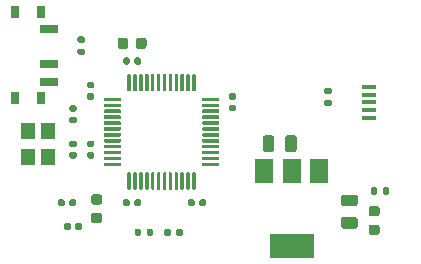
<source format=gbr>
%TF.GenerationSoftware,KiCad,Pcbnew,(5.1.10)-1*%
%TF.CreationDate,2025-06-17T20:32:58+05:30*%
%TF.ProjectId,STM32_Clone,53544d33-325f-4436-9c6f-6e652e6b6963,rev?*%
%TF.SameCoordinates,Original*%
%TF.FileFunction,Paste,Top*%
%TF.FilePolarity,Positive*%
%FSLAX46Y46*%
G04 Gerber Fmt 4.6, Leading zero omitted, Abs format (unit mm)*
G04 Created by KiCad (PCBNEW (5.1.10)-1) date 2025-06-17 20:32:58*
%MOMM*%
%LPD*%
G01*
G04 APERTURE LIST*
%ADD10R,1.300000X0.450000*%
%ADD11R,0.800000X1.000000*%
%ADD12R,1.500000X0.700000*%
%ADD13R,1.200000X1.400000*%
%ADD14R,1.500000X2.000000*%
%ADD15R,3.800000X2.000000*%
G04 APERTURE END LIST*
D10*
%TO.C,J1*%
X113600000Y-88800000D03*
X113600000Y-88150000D03*
X113600000Y-87500000D03*
X113600000Y-86850000D03*
X113600000Y-86200000D03*
%TD*%
D11*
%TO.C,SW1*%
X85780000Y-79850000D03*
X85780000Y-87150000D03*
X83570000Y-87150000D03*
X83570000Y-79850000D03*
D12*
X86430000Y-85750000D03*
X86430000Y-84250000D03*
X86430000Y-81250000D03*
%TD*%
D13*
%TO.C,Y1*%
X86350000Y-89900000D03*
X86350000Y-92100000D03*
X84650000Y-92100000D03*
X84650000Y-89900000D03*
%TD*%
%TO.C,U2*%
G36*
G01*
X93100000Y-86500000D02*
X93100000Y-85175000D01*
G75*
G02*
X93175000Y-85100000I75000J0D01*
G01*
X93325000Y-85100000D01*
G75*
G02*
X93400000Y-85175000I0J-75000D01*
G01*
X93400000Y-86500000D01*
G75*
G02*
X93325000Y-86575000I-75000J0D01*
G01*
X93175000Y-86575000D01*
G75*
G02*
X93100000Y-86500000I0J75000D01*
G01*
G37*
G36*
G01*
X93600000Y-86500000D02*
X93600000Y-85175000D01*
G75*
G02*
X93675000Y-85100000I75000J0D01*
G01*
X93825000Y-85100000D01*
G75*
G02*
X93900000Y-85175000I0J-75000D01*
G01*
X93900000Y-86500000D01*
G75*
G02*
X93825000Y-86575000I-75000J0D01*
G01*
X93675000Y-86575000D01*
G75*
G02*
X93600000Y-86500000I0J75000D01*
G01*
G37*
G36*
G01*
X94100000Y-86500000D02*
X94100000Y-85175000D01*
G75*
G02*
X94175000Y-85100000I75000J0D01*
G01*
X94325000Y-85100000D01*
G75*
G02*
X94400000Y-85175000I0J-75000D01*
G01*
X94400000Y-86500000D01*
G75*
G02*
X94325000Y-86575000I-75000J0D01*
G01*
X94175000Y-86575000D01*
G75*
G02*
X94100000Y-86500000I0J75000D01*
G01*
G37*
G36*
G01*
X94600000Y-86500000D02*
X94600000Y-85175000D01*
G75*
G02*
X94675000Y-85100000I75000J0D01*
G01*
X94825000Y-85100000D01*
G75*
G02*
X94900000Y-85175000I0J-75000D01*
G01*
X94900000Y-86500000D01*
G75*
G02*
X94825000Y-86575000I-75000J0D01*
G01*
X94675000Y-86575000D01*
G75*
G02*
X94600000Y-86500000I0J75000D01*
G01*
G37*
G36*
G01*
X95100000Y-86500000D02*
X95100000Y-85175000D01*
G75*
G02*
X95175000Y-85100000I75000J0D01*
G01*
X95325000Y-85100000D01*
G75*
G02*
X95400000Y-85175000I0J-75000D01*
G01*
X95400000Y-86500000D01*
G75*
G02*
X95325000Y-86575000I-75000J0D01*
G01*
X95175000Y-86575000D01*
G75*
G02*
X95100000Y-86500000I0J75000D01*
G01*
G37*
G36*
G01*
X95600000Y-86500000D02*
X95600000Y-85175000D01*
G75*
G02*
X95675000Y-85100000I75000J0D01*
G01*
X95825000Y-85100000D01*
G75*
G02*
X95900000Y-85175000I0J-75000D01*
G01*
X95900000Y-86500000D01*
G75*
G02*
X95825000Y-86575000I-75000J0D01*
G01*
X95675000Y-86575000D01*
G75*
G02*
X95600000Y-86500000I0J75000D01*
G01*
G37*
G36*
G01*
X96100000Y-86500000D02*
X96100000Y-85175000D01*
G75*
G02*
X96175000Y-85100000I75000J0D01*
G01*
X96325000Y-85100000D01*
G75*
G02*
X96400000Y-85175000I0J-75000D01*
G01*
X96400000Y-86500000D01*
G75*
G02*
X96325000Y-86575000I-75000J0D01*
G01*
X96175000Y-86575000D01*
G75*
G02*
X96100000Y-86500000I0J75000D01*
G01*
G37*
G36*
G01*
X96600000Y-86500000D02*
X96600000Y-85175000D01*
G75*
G02*
X96675000Y-85100000I75000J0D01*
G01*
X96825000Y-85100000D01*
G75*
G02*
X96900000Y-85175000I0J-75000D01*
G01*
X96900000Y-86500000D01*
G75*
G02*
X96825000Y-86575000I-75000J0D01*
G01*
X96675000Y-86575000D01*
G75*
G02*
X96600000Y-86500000I0J75000D01*
G01*
G37*
G36*
G01*
X97100000Y-86500000D02*
X97100000Y-85175000D01*
G75*
G02*
X97175000Y-85100000I75000J0D01*
G01*
X97325000Y-85100000D01*
G75*
G02*
X97400000Y-85175000I0J-75000D01*
G01*
X97400000Y-86500000D01*
G75*
G02*
X97325000Y-86575000I-75000J0D01*
G01*
X97175000Y-86575000D01*
G75*
G02*
X97100000Y-86500000I0J75000D01*
G01*
G37*
G36*
G01*
X97600000Y-86500000D02*
X97600000Y-85175000D01*
G75*
G02*
X97675000Y-85100000I75000J0D01*
G01*
X97825000Y-85100000D01*
G75*
G02*
X97900000Y-85175000I0J-75000D01*
G01*
X97900000Y-86500000D01*
G75*
G02*
X97825000Y-86575000I-75000J0D01*
G01*
X97675000Y-86575000D01*
G75*
G02*
X97600000Y-86500000I0J75000D01*
G01*
G37*
G36*
G01*
X98100000Y-86500000D02*
X98100000Y-85175000D01*
G75*
G02*
X98175000Y-85100000I75000J0D01*
G01*
X98325000Y-85100000D01*
G75*
G02*
X98400000Y-85175000I0J-75000D01*
G01*
X98400000Y-86500000D01*
G75*
G02*
X98325000Y-86575000I-75000J0D01*
G01*
X98175000Y-86575000D01*
G75*
G02*
X98100000Y-86500000I0J75000D01*
G01*
G37*
G36*
G01*
X98600000Y-86500000D02*
X98600000Y-85175000D01*
G75*
G02*
X98675000Y-85100000I75000J0D01*
G01*
X98825000Y-85100000D01*
G75*
G02*
X98900000Y-85175000I0J-75000D01*
G01*
X98900000Y-86500000D01*
G75*
G02*
X98825000Y-86575000I-75000J0D01*
G01*
X98675000Y-86575000D01*
G75*
G02*
X98600000Y-86500000I0J75000D01*
G01*
G37*
G36*
G01*
X99425000Y-87325000D02*
X99425000Y-87175000D01*
G75*
G02*
X99500000Y-87100000I75000J0D01*
G01*
X100825000Y-87100000D01*
G75*
G02*
X100900000Y-87175000I0J-75000D01*
G01*
X100900000Y-87325000D01*
G75*
G02*
X100825000Y-87400000I-75000J0D01*
G01*
X99500000Y-87400000D01*
G75*
G02*
X99425000Y-87325000I0J75000D01*
G01*
G37*
G36*
G01*
X99425000Y-87825000D02*
X99425000Y-87675000D01*
G75*
G02*
X99500000Y-87600000I75000J0D01*
G01*
X100825000Y-87600000D01*
G75*
G02*
X100900000Y-87675000I0J-75000D01*
G01*
X100900000Y-87825000D01*
G75*
G02*
X100825000Y-87900000I-75000J0D01*
G01*
X99500000Y-87900000D01*
G75*
G02*
X99425000Y-87825000I0J75000D01*
G01*
G37*
G36*
G01*
X99425000Y-88325000D02*
X99425000Y-88175000D01*
G75*
G02*
X99500000Y-88100000I75000J0D01*
G01*
X100825000Y-88100000D01*
G75*
G02*
X100900000Y-88175000I0J-75000D01*
G01*
X100900000Y-88325000D01*
G75*
G02*
X100825000Y-88400000I-75000J0D01*
G01*
X99500000Y-88400000D01*
G75*
G02*
X99425000Y-88325000I0J75000D01*
G01*
G37*
G36*
G01*
X99425000Y-88825000D02*
X99425000Y-88675000D01*
G75*
G02*
X99500000Y-88600000I75000J0D01*
G01*
X100825000Y-88600000D01*
G75*
G02*
X100900000Y-88675000I0J-75000D01*
G01*
X100900000Y-88825000D01*
G75*
G02*
X100825000Y-88900000I-75000J0D01*
G01*
X99500000Y-88900000D01*
G75*
G02*
X99425000Y-88825000I0J75000D01*
G01*
G37*
G36*
G01*
X99425000Y-89325000D02*
X99425000Y-89175000D01*
G75*
G02*
X99500000Y-89100000I75000J0D01*
G01*
X100825000Y-89100000D01*
G75*
G02*
X100900000Y-89175000I0J-75000D01*
G01*
X100900000Y-89325000D01*
G75*
G02*
X100825000Y-89400000I-75000J0D01*
G01*
X99500000Y-89400000D01*
G75*
G02*
X99425000Y-89325000I0J75000D01*
G01*
G37*
G36*
G01*
X99425000Y-89825000D02*
X99425000Y-89675000D01*
G75*
G02*
X99500000Y-89600000I75000J0D01*
G01*
X100825000Y-89600000D01*
G75*
G02*
X100900000Y-89675000I0J-75000D01*
G01*
X100900000Y-89825000D01*
G75*
G02*
X100825000Y-89900000I-75000J0D01*
G01*
X99500000Y-89900000D01*
G75*
G02*
X99425000Y-89825000I0J75000D01*
G01*
G37*
G36*
G01*
X99425000Y-90325000D02*
X99425000Y-90175000D01*
G75*
G02*
X99500000Y-90100000I75000J0D01*
G01*
X100825000Y-90100000D01*
G75*
G02*
X100900000Y-90175000I0J-75000D01*
G01*
X100900000Y-90325000D01*
G75*
G02*
X100825000Y-90400000I-75000J0D01*
G01*
X99500000Y-90400000D01*
G75*
G02*
X99425000Y-90325000I0J75000D01*
G01*
G37*
G36*
G01*
X99425000Y-90825000D02*
X99425000Y-90675000D01*
G75*
G02*
X99500000Y-90600000I75000J0D01*
G01*
X100825000Y-90600000D01*
G75*
G02*
X100900000Y-90675000I0J-75000D01*
G01*
X100900000Y-90825000D01*
G75*
G02*
X100825000Y-90900000I-75000J0D01*
G01*
X99500000Y-90900000D01*
G75*
G02*
X99425000Y-90825000I0J75000D01*
G01*
G37*
G36*
G01*
X99425000Y-91325000D02*
X99425000Y-91175000D01*
G75*
G02*
X99500000Y-91100000I75000J0D01*
G01*
X100825000Y-91100000D01*
G75*
G02*
X100900000Y-91175000I0J-75000D01*
G01*
X100900000Y-91325000D01*
G75*
G02*
X100825000Y-91400000I-75000J0D01*
G01*
X99500000Y-91400000D01*
G75*
G02*
X99425000Y-91325000I0J75000D01*
G01*
G37*
G36*
G01*
X99425000Y-91825000D02*
X99425000Y-91675000D01*
G75*
G02*
X99500000Y-91600000I75000J0D01*
G01*
X100825000Y-91600000D01*
G75*
G02*
X100900000Y-91675000I0J-75000D01*
G01*
X100900000Y-91825000D01*
G75*
G02*
X100825000Y-91900000I-75000J0D01*
G01*
X99500000Y-91900000D01*
G75*
G02*
X99425000Y-91825000I0J75000D01*
G01*
G37*
G36*
G01*
X99425000Y-92325000D02*
X99425000Y-92175000D01*
G75*
G02*
X99500000Y-92100000I75000J0D01*
G01*
X100825000Y-92100000D01*
G75*
G02*
X100900000Y-92175000I0J-75000D01*
G01*
X100900000Y-92325000D01*
G75*
G02*
X100825000Y-92400000I-75000J0D01*
G01*
X99500000Y-92400000D01*
G75*
G02*
X99425000Y-92325000I0J75000D01*
G01*
G37*
G36*
G01*
X99425000Y-92825000D02*
X99425000Y-92675000D01*
G75*
G02*
X99500000Y-92600000I75000J0D01*
G01*
X100825000Y-92600000D01*
G75*
G02*
X100900000Y-92675000I0J-75000D01*
G01*
X100900000Y-92825000D01*
G75*
G02*
X100825000Y-92900000I-75000J0D01*
G01*
X99500000Y-92900000D01*
G75*
G02*
X99425000Y-92825000I0J75000D01*
G01*
G37*
G36*
G01*
X98600000Y-94825000D02*
X98600000Y-93500000D01*
G75*
G02*
X98675000Y-93425000I75000J0D01*
G01*
X98825000Y-93425000D01*
G75*
G02*
X98900000Y-93500000I0J-75000D01*
G01*
X98900000Y-94825000D01*
G75*
G02*
X98825000Y-94900000I-75000J0D01*
G01*
X98675000Y-94900000D01*
G75*
G02*
X98600000Y-94825000I0J75000D01*
G01*
G37*
G36*
G01*
X98100000Y-94825000D02*
X98100000Y-93500000D01*
G75*
G02*
X98175000Y-93425000I75000J0D01*
G01*
X98325000Y-93425000D01*
G75*
G02*
X98400000Y-93500000I0J-75000D01*
G01*
X98400000Y-94825000D01*
G75*
G02*
X98325000Y-94900000I-75000J0D01*
G01*
X98175000Y-94900000D01*
G75*
G02*
X98100000Y-94825000I0J75000D01*
G01*
G37*
G36*
G01*
X97600000Y-94825000D02*
X97600000Y-93500000D01*
G75*
G02*
X97675000Y-93425000I75000J0D01*
G01*
X97825000Y-93425000D01*
G75*
G02*
X97900000Y-93500000I0J-75000D01*
G01*
X97900000Y-94825000D01*
G75*
G02*
X97825000Y-94900000I-75000J0D01*
G01*
X97675000Y-94900000D01*
G75*
G02*
X97600000Y-94825000I0J75000D01*
G01*
G37*
G36*
G01*
X97100000Y-94825000D02*
X97100000Y-93500000D01*
G75*
G02*
X97175000Y-93425000I75000J0D01*
G01*
X97325000Y-93425000D01*
G75*
G02*
X97400000Y-93500000I0J-75000D01*
G01*
X97400000Y-94825000D01*
G75*
G02*
X97325000Y-94900000I-75000J0D01*
G01*
X97175000Y-94900000D01*
G75*
G02*
X97100000Y-94825000I0J75000D01*
G01*
G37*
G36*
G01*
X96600000Y-94825000D02*
X96600000Y-93500000D01*
G75*
G02*
X96675000Y-93425000I75000J0D01*
G01*
X96825000Y-93425000D01*
G75*
G02*
X96900000Y-93500000I0J-75000D01*
G01*
X96900000Y-94825000D01*
G75*
G02*
X96825000Y-94900000I-75000J0D01*
G01*
X96675000Y-94900000D01*
G75*
G02*
X96600000Y-94825000I0J75000D01*
G01*
G37*
G36*
G01*
X96100000Y-94825000D02*
X96100000Y-93500000D01*
G75*
G02*
X96175000Y-93425000I75000J0D01*
G01*
X96325000Y-93425000D01*
G75*
G02*
X96400000Y-93500000I0J-75000D01*
G01*
X96400000Y-94825000D01*
G75*
G02*
X96325000Y-94900000I-75000J0D01*
G01*
X96175000Y-94900000D01*
G75*
G02*
X96100000Y-94825000I0J75000D01*
G01*
G37*
G36*
G01*
X95600000Y-94825000D02*
X95600000Y-93500000D01*
G75*
G02*
X95675000Y-93425000I75000J0D01*
G01*
X95825000Y-93425000D01*
G75*
G02*
X95900000Y-93500000I0J-75000D01*
G01*
X95900000Y-94825000D01*
G75*
G02*
X95825000Y-94900000I-75000J0D01*
G01*
X95675000Y-94900000D01*
G75*
G02*
X95600000Y-94825000I0J75000D01*
G01*
G37*
G36*
G01*
X95100000Y-94825000D02*
X95100000Y-93500000D01*
G75*
G02*
X95175000Y-93425000I75000J0D01*
G01*
X95325000Y-93425000D01*
G75*
G02*
X95400000Y-93500000I0J-75000D01*
G01*
X95400000Y-94825000D01*
G75*
G02*
X95325000Y-94900000I-75000J0D01*
G01*
X95175000Y-94900000D01*
G75*
G02*
X95100000Y-94825000I0J75000D01*
G01*
G37*
G36*
G01*
X94600000Y-94825000D02*
X94600000Y-93500000D01*
G75*
G02*
X94675000Y-93425000I75000J0D01*
G01*
X94825000Y-93425000D01*
G75*
G02*
X94900000Y-93500000I0J-75000D01*
G01*
X94900000Y-94825000D01*
G75*
G02*
X94825000Y-94900000I-75000J0D01*
G01*
X94675000Y-94900000D01*
G75*
G02*
X94600000Y-94825000I0J75000D01*
G01*
G37*
G36*
G01*
X94100000Y-94825000D02*
X94100000Y-93500000D01*
G75*
G02*
X94175000Y-93425000I75000J0D01*
G01*
X94325000Y-93425000D01*
G75*
G02*
X94400000Y-93500000I0J-75000D01*
G01*
X94400000Y-94825000D01*
G75*
G02*
X94325000Y-94900000I-75000J0D01*
G01*
X94175000Y-94900000D01*
G75*
G02*
X94100000Y-94825000I0J75000D01*
G01*
G37*
G36*
G01*
X93600000Y-94825000D02*
X93600000Y-93500000D01*
G75*
G02*
X93675000Y-93425000I75000J0D01*
G01*
X93825000Y-93425000D01*
G75*
G02*
X93900000Y-93500000I0J-75000D01*
G01*
X93900000Y-94825000D01*
G75*
G02*
X93825000Y-94900000I-75000J0D01*
G01*
X93675000Y-94900000D01*
G75*
G02*
X93600000Y-94825000I0J75000D01*
G01*
G37*
G36*
G01*
X93100000Y-94825000D02*
X93100000Y-93500000D01*
G75*
G02*
X93175000Y-93425000I75000J0D01*
G01*
X93325000Y-93425000D01*
G75*
G02*
X93400000Y-93500000I0J-75000D01*
G01*
X93400000Y-94825000D01*
G75*
G02*
X93325000Y-94900000I-75000J0D01*
G01*
X93175000Y-94900000D01*
G75*
G02*
X93100000Y-94825000I0J75000D01*
G01*
G37*
G36*
G01*
X91100000Y-92825000D02*
X91100000Y-92675000D01*
G75*
G02*
X91175000Y-92600000I75000J0D01*
G01*
X92500000Y-92600000D01*
G75*
G02*
X92575000Y-92675000I0J-75000D01*
G01*
X92575000Y-92825000D01*
G75*
G02*
X92500000Y-92900000I-75000J0D01*
G01*
X91175000Y-92900000D01*
G75*
G02*
X91100000Y-92825000I0J75000D01*
G01*
G37*
G36*
G01*
X91100000Y-92325000D02*
X91100000Y-92175000D01*
G75*
G02*
X91175000Y-92100000I75000J0D01*
G01*
X92500000Y-92100000D01*
G75*
G02*
X92575000Y-92175000I0J-75000D01*
G01*
X92575000Y-92325000D01*
G75*
G02*
X92500000Y-92400000I-75000J0D01*
G01*
X91175000Y-92400000D01*
G75*
G02*
X91100000Y-92325000I0J75000D01*
G01*
G37*
G36*
G01*
X91100000Y-91825000D02*
X91100000Y-91675000D01*
G75*
G02*
X91175000Y-91600000I75000J0D01*
G01*
X92500000Y-91600000D01*
G75*
G02*
X92575000Y-91675000I0J-75000D01*
G01*
X92575000Y-91825000D01*
G75*
G02*
X92500000Y-91900000I-75000J0D01*
G01*
X91175000Y-91900000D01*
G75*
G02*
X91100000Y-91825000I0J75000D01*
G01*
G37*
G36*
G01*
X91100000Y-91325000D02*
X91100000Y-91175000D01*
G75*
G02*
X91175000Y-91100000I75000J0D01*
G01*
X92500000Y-91100000D01*
G75*
G02*
X92575000Y-91175000I0J-75000D01*
G01*
X92575000Y-91325000D01*
G75*
G02*
X92500000Y-91400000I-75000J0D01*
G01*
X91175000Y-91400000D01*
G75*
G02*
X91100000Y-91325000I0J75000D01*
G01*
G37*
G36*
G01*
X91100000Y-90825000D02*
X91100000Y-90675000D01*
G75*
G02*
X91175000Y-90600000I75000J0D01*
G01*
X92500000Y-90600000D01*
G75*
G02*
X92575000Y-90675000I0J-75000D01*
G01*
X92575000Y-90825000D01*
G75*
G02*
X92500000Y-90900000I-75000J0D01*
G01*
X91175000Y-90900000D01*
G75*
G02*
X91100000Y-90825000I0J75000D01*
G01*
G37*
G36*
G01*
X91100000Y-90325000D02*
X91100000Y-90175000D01*
G75*
G02*
X91175000Y-90100000I75000J0D01*
G01*
X92500000Y-90100000D01*
G75*
G02*
X92575000Y-90175000I0J-75000D01*
G01*
X92575000Y-90325000D01*
G75*
G02*
X92500000Y-90400000I-75000J0D01*
G01*
X91175000Y-90400000D01*
G75*
G02*
X91100000Y-90325000I0J75000D01*
G01*
G37*
G36*
G01*
X91100000Y-89825000D02*
X91100000Y-89675000D01*
G75*
G02*
X91175000Y-89600000I75000J0D01*
G01*
X92500000Y-89600000D01*
G75*
G02*
X92575000Y-89675000I0J-75000D01*
G01*
X92575000Y-89825000D01*
G75*
G02*
X92500000Y-89900000I-75000J0D01*
G01*
X91175000Y-89900000D01*
G75*
G02*
X91100000Y-89825000I0J75000D01*
G01*
G37*
G36*
G01*
X91100000Y-89325000D02*
X91100000Y-89175000D01*
G75*
G02*
X91175000Y-89100000I75000J0D01*
G01*
X92500000Y-89100000D01*
G75*
G02*
X92575000Y-89175000I0J-75000D01*
G01*
X92575000Y-89325000D01*
G75*
G02*
X92500000Y-89400000I-75000J0D01*
G01*
X91175000Y-89400000D01*
G75*
G02*
X91100000Y-89325000I0J75000D01*
G01*
G37*
G36*
G01*
X91100000Y-88825000D02*
X91100000Y-88675000D01*
G75*
G02*
X91175000Y-88600000I75000J0D01*
G01*
X92500000Y-88600000D01*
G75*
G02*
X92575000Y-88675000I0J-75000D01*
G01*
X92575000Y-88825000D01*
G75*
G02*
X92500000Y-88900000I-75000J0D01*
G01*
X91175000Y-88900000D01*
G75*
G02*
X91100000Y-88825000I0J75000D01*
G01*
G37*
G36*
G01*
X91100000Y-88325000D02*
X91100000Y-88175000D01*
G75*
G02*
X91175000Y-88100000I75000J0D01*
G01*
X92500000Y-88100000D01*
G75*
G02*
X92575000Y-88175000I0J-75000D01*
G01*
X92575000Y-88325000D01*
G75*
G02*
X92500000Y-88400000I-75000J0D01*
G01*
X91175000Y-88400000D01*
G75*
G02*
X91100000Y-88325000I0J75000D01*
G01*
G37*
G36*
G01*
X91100000Y-87825000D02*
X91100000Y-87675000D01*
G75*
G02*
X91175000Y-87600000I75000J0D01*
G01*
X92500000Y-87600000D01*
G75*
G02*
X92575000Y-87675000I0J-75000D01*
G01*
X92575000Y-87825000D01*
G75*
G02*
X92500000Y-87900000I-75000J0D01*
G01*
X91175000Y-87900000D01*
G75*
G02*
X91100000Y-87825000I0J75000D01*
G01*
G37*
G36*
G01*
X91100000Y-87325000D02*
X91100000Y-87175000D01*
G75*
G02*
X91175000Y-87100000I75000J0D01*
G01*
X92500000Y-87100000D01*
G75*
G02*
X92575000Y-87175000I0J-75000D01*
G01*
X92575000Y-87325000D01*
G75*
G02*
X92500000Y-87400000I-75000J0D01*
G01*
X91175000Y-87400000D01*
G75*
G02*
X91100000Y-87325000I0J75000D01*
G01*
G37*
%TD*%
D14*
%TO.C,U1*%
X109300000Y-93350000D03*
X104700000Y-93350000D03*
X107000000Y-93350000D03*
D15*
X107000000Y-99650000D03*
%TD*%
%TO.C,R5*%
G36*
G01*
X97240000Y-98685000D02*
X97240000Y-98315000D01*
G75*
G02*
X97375000Y-98180000I135000J0D01*
G01*
X97645000Y-98180000D01*
G75*
G02*
X97780000Y-98315000I0J-135000D01*
G01*
X97780000Y-98685000D01*
G75*
G02*
X97645000Y-98820000I-135000J0D01*
G01*
X97375000Y-98820000D01*
G75*
G02*
X97240000Y-98685000I0J135000D01*
G01*
G37*
G36*
G01*
X96220000Y-98685000D02*
X96220000Y-98315000D01*
G75*
G02*
X96355000Y-98180000I135000J0D01*
G01*
X96625000Y-98180000D01*
G75*
G02*
X96760000Y-98315000I0J-135000D01*
G01*
X96760000Y-98685000D01*
G75*
G02*
X96625000Y-98820000I-135000J0D01*
G01*
X96355000Y-98820000D01*
G75*
G02*
X96220000Y-98685000I0J135000D01*
G01*
G37*
%TD*%
%TO.C,R4*%
G36*
G01*
X94260000Y-98315000D02*
X94260000Y-98685000D01*
G75*
G02*
X94125000Y-98820000I-135000J0D01*
G01*
X93855000Y-98820000D01*
G75*
G02*
X93720000Y-98685000I0J135000D01*
G01*
X93720000Y-98315000D01*
G75*
G02*
X93855000Y-98180000I135000J0D01*
G01*
X94125000Y-98180000D01*
G75*
G02*
X94260000Y-98315000I0J-135000D01*
G01*
G37*
G36*
G01*
X95280000Y-98315000D02*
X95280000Y-98685000D01*
G75*
G02*
X95145000Y-98820000I-135000J0D01*
G01*
X94875000Y-98820000D01*
G75*
G02*
X94740000Y-98685000I0J135000D01*
G01*
X94740000Y-98315000D01*
G75*
G02*
X94875000Y-98180000I135000J0D01*
G01*
X95145000Y-98180000D01*
G75*
G02*
X95280000Y-98315000I0J-135000D01*
G01*
G37*
%TD*%
%TO.C,R3*%
G36*
G01*
X109915000Y-87265000D02*
X110285000Y-87265000D01*
G75*
G02*
X110420000Y-87400000I0J-135000D01*
G01*
X110420000Y-87670000D01*
G75*
G02*
X110285000Y-87805000I-135000J0D01*
G01*
X109915000Y-87805000D01*
G75*
G02*
X109780000Y-87670000I0J135000D01*
G01*
X109780000Y-87400000D01*
G75*
G02*
X109915000Y-87265000I135000J0D01*
G01*
G37*
G36*
G01*
X109915000Y-86245000D02*
X110285000Y-86245000D01*
G75*
G02*
X110420000Y-86380000I0J-135000D01*
G01*
X110420000Y-86650000D01*
G75*
G02*
X110285000Y-86785000I-135000J0D01*
G01*
X109915000Y-86785000D01*
G75*
G02*
X109780000Y-86650000I0J135000D01*
G01*
X109780000Y-86380000D01*
G75*
G02*
X109915000Y-86245000I135000J0D01*
G01*
G37*
%TD*%
%TO.C,R2*%
G36*
G01*
X89015000Y-82940000D02*
X89385000Y-82940000D01*
G75*
G02*
X89520000Y-83075000I0J-135000D01*
G01*
X89520000Y-83345000D01*
G75*
G02*
X89385000Y-83480000I-135000J0D01*
G01*
X89015000Y-83480000D01*
G75*
G02*
X88880000Y-83345000I0J135000D01*
G01*
X88880000Y-83075000D01*
G75*
G02*
X89015000Y-82940000I135000J0D01*
G01*
G37*
G36*
G01*
X89015000Y-81920000D02*
X89385000Y-81920000D01*
G75*
G02*
X89520000Y-82055000I0J-135000D01*
G01*
X89520000Y-82325000D01*
G75*
G02*
X89385000Y-82460000I-135000J0D01*
G01*
X89015000Y-82460000D01*
G75*
G02*
X88880000Y-82325000I0J135000D01*
G01*
X88880000Y-82055000D01*
G75*
G02*
X89015000Y-81920000I135000J0D01*
G01*
G37*
%TD*%
%TO.C,R1*%
G36*
G01*
X114730000Y-95185000D02*
X114730000Y-94815000D01*
G75*
G02*
X114865000Y-94680000I135000J0D01*
G01*
X115135000Y-94680000D01*
G75*
G02*
X115270000Y-94815000I0J-135000D01*
G01*
X115270000Y-95185000D01*
G75*
G02*
X115135000Y-95320000I-135000J0D01*
G01*
X114865000Y-95320000D01*
G75*
G02*
X114730000Y-95185000I0J135000D01*
G01*
G37*
G36*
G01*
X113710000Y-95185000D02*
X113710000Y-94815000D01*
G75*
G02*
X113845000Y-94680000I135000J0D01*
G01*
X114115000Y-94680000D01*
G75*
G02*
X114250000Y-94815000I0J-135000D01*
G01*
X114250000Y-95185000D01*
G75*
G02*
X114115000Y-95320000I-135000J0D01*
G01*
X113845000Y-95320000D01*
G75*
G02*
X113710000Y-95185000I0J135000D01*
G01*
G37*
%TD*%
%TO.C,FB1*%
G36*
G01*
X90756250Y-96150000D02*
X90243750Y-96150000D01*
G75*
G02*
X90025000Y-95931250I0J218750D01*
G01*
X90025000Y-95493750D01*
G75*
G02*
X90243750Y-95275000I218750J0D01*
G01*
X90756250Y-95275000D01*
G75*
G02*
X90975000Y-95493750I0J-218750D01*
G01*
X90975000Y-95931250D01*
G75*
G02*
X90756250Y-96150000I-218750J0D01*
G01*
G37*
G36*
G01*
X90756250Y-97725000D02*
X90243750Y-97725000D01*
G75*
G02*
X90025000Y-97506250I0J218750D01*
G01*
X90025000Y-97068750D01*
G75*
G02*
X90243750Y-96850000I218750J0D01*
G01*
X90756250Y-96850000D01*
G75*
G02*
X90975000Y-97068750I0J-218750D01*
G01*
X90975000Y-97506250D01*
G75*
G02*
X90756250Y-97725000I-218750J0D01*
G01*
G37*
%TD*%
%TO.C,D1*%
G36*
G01*
X113743750Y-97850000D02*
X114256250Y-97850000D01*
G75*
G02*
X114475000Y-98068750I0J-218750D01*
G01*
X114475000Y-98506250D01*
G75*
G02*
X114256250Y-98725000I-218750J0D01*
G01*
X113743750Y-98725000D01*
G75*
G02*
X113525000Y-98506250I0J218750D01*
G01*
X113525000Y-98068750D01*
G75*
G02*
X113743750Y-97850000I218750J0D01*
G01*
G37*
G36*
G01*
X113743750Y-96275000D02*
X114256250Y-96275000D01*
G75*
G02*
X114475000Y-96493750I0J-218750D01*
G01*
X114475000Y-96931250D01*
G75*
G02*
X114256250Y-97150000I-218750J0D01*
G01*
X113743750Y-97150000D01*
G75*
G02*
X113525000Y-96931250I0J218750D01*
G01*
X113525000Y-96493750D01*
G75*
G02*
X113743750Y-96275000I218750J0D01*
G01*
G37*
%TD*%
%TO.C,C13*%
G36*
G01*
X88330000Y-91700000D02*
X88670000Y-91700000D01*
G75*
G02*
X88810000Y-91840000I0J-140000D01*
G01*
X88810000Y-92120000D01*
G75*
G02*
X88670000Y-92260000I-140000J0D01*
G01*
X88330000Y-92260000D01*
G75*
G02*
X88190000Y-92120000I0J140000D01*
G01*
X88190000Y-91840000D01*
G75*
G02*
X88330000Y-91700000I140000J0D01*
G01*
G37*
G36*
G01*
X88330000Y-90740000D02*
X88670000Y-90740000D01*
G75*
G02*
X88810000Y-90880000I0J-140000D01*
G01*
X88810000Y-91160000D01*
G75*
G02*
X88670000Y-91300000I-140000J0D01*
G01*
X88330000Y-91300000D01*
G75*
G02*
X88190000Y-91160000I0J140000D01*
G01*
X88190000Y-90880000D01*
G75*
G02*
X88330000Y-90740000I140000J0D01*
G01*
G37*
%TD*%
%TO.C,C12*%
G36*
G01*
X88670000Y-88300000D02*
X88330000Y-88300000D01*
G75*
G02*
X88190000Y-88160000I0J140000D01*
G01*
X88190000Y-87880000D01*
G75*
G02*
X88330000Y-87740000I140000J0D01*
G01*
X88670000Y-87740000D01*
G75*
G02*
X88810000Y-87880000I0J-140000D01*
G01*
X88810000Y-88160000D01*
G75*
G02*
X88670000Y-88300000I-140000J0D01*
G01*
G37*
G36*
G01*
X88670000Y-89260000D02*
X88330000Y-89260000D01*
G75*
G02*
X88190000Y-89120000I0J140000D01*
G01*
X88190000Y-88840000D01*
G75*
G02*
X88330000Y-88700000I140000J0D01*
G01*
X88670000Y-88700000D01*
G75*
G02*
X88810000Y-88840000I0J-140000D01*
G01*
X88810000Y-89120000D01*
G75*
G02*
X88670000Y-89260000I-140000J0D01*
G01*
G37*
%TD*%
%TO.C,C11*%
G36*
G01*
X93700000Y-96170000D02*
X93700000Y-95830000D01*
G75*
G02*
X93840000Y-95690000I140000J0D01*
G01*
X94120000Y-95690000D01*
G75*
G02*
X94260000Y-95830000I0J-140000D01*
G01*
X94260000Y-96170000D01*
G75*
G02*
X94120000Y-96310000I-140000J0D01*
G01*
X93840000Y-96310000D01*
G75*
G02*
X93700000Y-96170000I0J140000D01*
G01*
G37*
G36*
G01*
X92740000Y-96170000D02*
X92740000Y-95830000D01*
G75*
G02*
X92880000Y-95690000I140000J0D01*
G01*
X93160000Y-95690000D01*
G75*
G02*
X93300000Y-95830000I0J-140000D01*
G01*
X93300000Y-96170000D01*
G75*
G02*
X93160000Y-96310000I-140000J0D01*
G01*
X92880000Y-96310000D01*
G75*
G02*
X92740000Y-96170000I0J140000D01*
G01*
G37*
%TD*%
%TO.C,C10*%
G36*
G01*
X88300000Y-97830000D02*
X88300000Y-98170000D01*
G75*
G02*
X88160000Y-98310000I-140000J0D01*
G01*
X87880000Y-98310000D01*
G75*
G02*
X87740000Y-98170000I0J140000D01*
G01*
X87740000Y-97830000D01*
G75*
G02*
X87880000Y-97690000I140000J0D01*
G01*
X88160000Y-97690000D01*
G75*
G02*
X88300000Y-97830000I0J-140000D01*
G01*
G37*
G36*
G01*
X89260000Y-97830000D02*
X89260000Y-98170000D01*
G75*
G02*
X89120000Y-98310000I-140000J0D01*
G01*
X88840000Y-98310000D01*
G75*
G02*
X88700000Y-98170000I0J140000D01*
G01*
X88700000Y-97830000D01*
G75*
G02*
X88840000Y-97690000I140000J0D01*
G01*
X89120000Y-97690000D01*
G75*
G02*
X89260000Y-97830000I0J-140000D01*
G01*
G37*
%TD*%
%TO.C,C9*%
G36*
G01*
X87800000Y-95830000D02*
X87800000Y-96170000D01*
G75*
G02*
X87660000Y-96310000I-140000J0D01*
G01*
X87380000Y-96310000D01*
G75*
G02*
X87240000Y-96170000I0J140000D01*
G01*
X87240000Y-95830000D01*
G75*
G02*
X87380000Y-95690000I140000J0D01*
G01*
X87660000Y-95690000D01*
G75*
G02*
X87800000Y-95830000I0J-140000D01*
G01*
G37*
G36*
G01*
X88760000Y-95830000D02*
X88760000Y-96170000D01*
G75*
G02*
X88620000Y-96310000I-140000J0D01*
G01*
X88340000Y-96310000D01*
G75*
G02*
X88200000Y-96170000I0J140000D01*
G01*
X88200000Y-95830000D01*
G75*
G02*
X88340000Y-95690000I140000J0D01*
G01*
X88620000Y-95690000D01*
G75*
G02*
X88760000Y-95830000I0J-140000D01*
G01*
G37*
%TD*%
%TO.C,C8*%
G36*
G01*
X90170000Y-92260000D02*
X89830000Y-92260000D01*
G75*
G02*
X89690000Y-92120000I0J140000D01*
G01*
X89690000Y-91840000D01*
G75*
G02*
X89830000Y-91700000I140000J0D01*
G01*
X90170000Y-91700000D01*
G75*
G02*
X90310000Y-91840000I0J-140000D01*
G01*
X90310000Y-92120000D01*
G75*
G02*
X90170000Y-92260000I-140000J0D01*
G01*
G37*
G36*
G01*
X90170000Y-91300000D02*
X89830000Y-91300000D01*
G75*
G02*
X89690000Y-91160000I0J140000D01*
G01*
X89690000Y-90880000D01*
G75*
G02*
X89830000Y-90740000I140000J0D01*
G01*
X90170000Y-90740000D01*
G75*
G02*
X90310000Y-90880000I0J-140000D01*
G01*
X90310000Y-91160000D01*
G75*
G02*
X90170000Y-91300000I-140000J0D01*
G01*
G37*
%TD*%
%TO.C,C7*%
G36*
G01*
X93700000Y-84170000D02*
X93700000Y-83830000D01*
G75*
G02*
X93840000Y-83690000I140000J0D01*
G01*
X94120000Y-83690000D01*
G75*
G02*
X94260000Y-83830000I0J-140000D01*
G01*
X94260000Y-84170000D01*
G75*
G02*
X94120000Y-84310000I-140000J0D01*
G01*
X93840000Y-84310000D01*
G75*
G02*
X93700000Y-84170000I0J140000D01*
G01*
G37*
G36*
G01*
X92740000Y-84170000D02*
X92740000Y-83830000D01*
G75*
G02*
X92880000Y-83690000I140000J0D01*
G01*
X93160000Y-83690000D01*
G75*
G02*
X93300000Y-83830000I0J-140000D01*
G01*
X93300000Y-84170000D01*
G75*
G02*
X93160000Y-84310000I-140000J0D01*
G01*
X92880000Y-84310000D01*
G75*
G02*
X92740000Y-84170000I0J140000D01*
G01*
G37*
%TD*%
%TO.C,C6*%
G36*
G01*
X101830000Y-87700000D02*
X102170000Y-87700000D01*
G75*
G02*
X102310000Y-87840000I0J-140000D01*
G01*
X102310000Y-88120000D01*
G75*
G02*
X102170000Y-88260000I-140000J0D01*
G01*
X101830000Y-88260000D01*
G75*
G02*
X101690000Y-88120000I0J140000D01*
G01*
X101690000Y-87840000D01*
G75*
G02*
X101830000Y-87700000I140000J0D01*
G01*
G37*
G36*
G01*
X101830000Y-86740000D02*
X102170000Y-86740000D01*
G75*
G02*
X102310000Y-86880000I0J-140000D01*
G01*
X102310000Y-87160000D01*
G75*
G02*
X102170000Y-87300000I-140000J0D01*
G01*
X101830000Y-87300000D01*
G75*
G02*
X101690000Y-87160000I0J140000D01*
G01*
X101690000Y-86880000D01*
G75*
G02*
X101830000Y-86740000I140000J0D01*
G01*
G37*
%TD*%
%TO.C,C5*%
G36*
G01*
X98800000Y-95830000D02*
X98800000Y-96170000D01*
G75*
G02*
X98660000Y-96310000I-140000J0D01*
G01*
X98380000Y-96310000D01*
G75*
G02*
X98240000Y-96170000I0J140000D01*
G01*
X98240000Y-95830000D01*
G75*
G02*
X98380000Y-95690000I140000J0D01*
G01*
X98660000Y-95690000D01*
G75*
G02*
X98800000Y-95830000I0J-140000D01*
G01*
G37*
G36*
G01*
X99760000Y-95830000D02*
X99760000Y-96170000D01*
G75*
G02*
X99620000Y-96310000I-140000J0D01*
G01*
X99340000Y-96310000D01*
G75*
G02*
X99200000Y-96170000I0J140000D01*
G01*
X99200000Y-95830000D01*
G75*
G02*
X99340000Y-95690000I140000J0D01*
G01*
X99620000Y-95690000D01*
G75*
G02*
X99760000Y-95830000I0J-140000D01*
G01*
G37*
%TD*%
%TO.C,C4*%
G36*
G01*
X90170000Y-86320000D02*
X89830000Y-86320000D01*
G75*
G02*
X89690000Y-86180000I0J140000D01*
G01*
X89690000Y-85900000D01*
G75*
G02*
X89830000Y-85760000I140000J0D01*
G01*
X90170000Y-85760000D01*
G75*
G02*
X90310000Y-85900000I0J-140000D01*
G01*
X90310000Y-86180000D01*
G75*
G02*
X90170000Y-86320000I-140000J0D01*
G01*
G37*
G36*
G01*
X90170000Y-87280000D02*
X89830000Y-87280000D01*
G75*
G02*
X89690000Y-87140000I0J140000D01*
G01*
X89690000Y-86860000D01*
G75*
G02*
X89830000Y-86720000I140000J0D01*
G01*
X90170000Y-86720000D01*
G75*
G02*
X90310000Y-86860000I0J-140000D01*
G01*
X90310000Y-87140000D01*
G75*
G02*
X90170000Y-87280000I-140000J0D01*
G01*
G37*
%TD*%
%TO.C,C3*%
G36*
G01*
X93825000Y-82750000D02*
X93825000Y-82250000D01*
G75*
G02*
X94050000Y-82025000I225000J0D01*
G01*
X94500000Y-82025000D01*
G75*
G02*
X94725000Y-82250000I0J-225000D01*
G01*
X94725000Y-82750000D01*
G75*
G02*
X94500000Y-82975000I-225000J0D01*
G01*
X94050000Y-82975000D01*
G75*
G02*
X93825000Y-82750000I0J225000D01*
G01*
G37*
G36*
G01*
X92275000Y-82750000D02*
X92275000Y-82250000D01*
G75*
G02*
X92500000Y-82025000I225000J0D01*
G01*
X92950000Y-82025000D01*
G75*
G02*
X93175000Y-82250000I0J-225000D01*
G01*
X93175000Y-82750000D01*
G75*
G02*
X92950000Y-82975000I-225000J0D01*
G01*
X92500000Y-82975000D01*
G75*
G02*
X92275000Y-82750000I0J225000D01*
G01*
G37*
%TD*%
%TO.C,C2*%
G36*
G01*
X112375000Y-96300000D02*
X111425000Y-96300000D01*
G75*
G02*
X111175000Y-96050000I0J250000D01*
G01*
X111175000Y-95550000D01*
G75*
G02*
X111425000Y-95300000I250000J0D01*
G01*
X112375000Y-95300000D01*
G75*
G02*
X112625000Y-95550000I0J-250000D01*
G01*
X112625000Y-96050000D01*
G75*
G02*
X112375000Y-96300000I-250000J0D01*
G01*
G37*
G36*
G01*
X112375000Y-98200000D02*
X111425000Y-98200000D01*
G75*
G02*
X111175000Y-97950000I0J250000D01*
G01*
X111175000Y-97450000D01*
G75*
G02*
X111425000Y-97200000I250000J0D01*
G01*
X112375000Y-97200000D01*
G75*
G02*
X112625000Y-97450000I0J-250000D01*
G01*
X112625000Y-97950000D01*
G75*
G02*
X112375000Y-98200000I-250000J0D01*
G01*
G37*
%TD*%
%TO.C,C1*%
G36*
G01*
X106450000Y-91475000D02*
X106450000Y-90525000D01*
G75*
G02*
X106700000Y-90275000I250000J0D01*
G01*
X107200000Y-90275000D01*
G75*
G02*
X107450000Y-90525000I0J-250000D01*
G01*
X107450000Y-91475000D01*
G75*
G02*
X107200000Y-91725000I-250000J0D01*
G01*
X106700000Y-91725000D01*
G75*
G02*
X106450000Y-91475000I0J250000D01*
G01*
G37*
G36*
G01*
X104550000Y-91475000D02*
X104550000Y-90525000D01*
G75*
G02*
X104800000Y-90275000I250000J0D01*
G01*
X105300000Y-90275000D01*
G75*
G02*
X105550000Y-90525000I0J-250000D01*
G01*
X105550000Y-91475000D01*
G75*
G02*
X105300000Y-91725000I-250000J0D01*
G01*
X104800000Y-91725000D01*
G75*
G02*
X104550000Y-91475000I0J250000D01*
G01*
G37*
%TD*%
M02*

</source>
